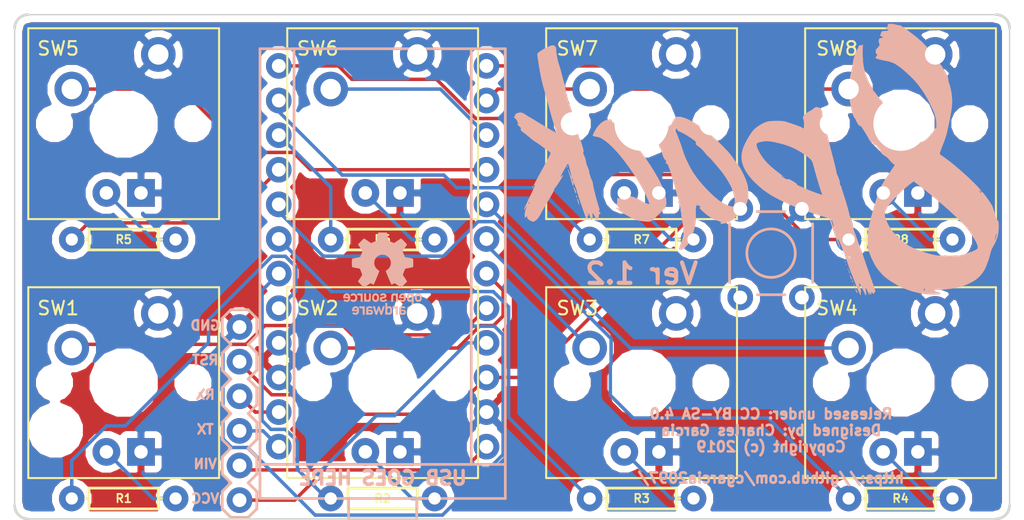
<source format=kicad_pcb>
(kicad_pcb (version 20171130) (host pcbnew 5.0.2-bee76a0~70~ubuntu18.04.1)
  (layers (0 F.Cu signal) (31 B.Cu signal) (34 B.Paste user) (35 F.Paste user) (36 B.SilkS user) (37 F.SilkS user) (38 B.Mask user) (39 F.Mask user) (44 Edge.Cuts user))
  (net 0 "")
  (net 1 TX)
  (net 2 RX)
  (net 3 GND)
  (net 4 LED1)
  (net 5 LED2)
  (net 6 LED3)
  (net 7 LED4)
  (net 8 LED5)
  (net 9 LED6)
  (net 10 LED7)
  (net 11 LED8)
  (net 12 KEY8)
  (net 13 KEY7)
  (net 14 KEY6)
  (net 15 KEY5)
  (net 16 KEY4)
  (net 17 KEY3)
  (net 18 KEY2)
  (net 19 KEY1)
  (net 20 VCC)
  (net 21 RESET)
  (net 22 VIN)
  (net 23 "Net-(R1-PadP$2)")
  (net 24 "Net-(R2-PadP$2)")
  (net 25 "Net-(R3-PadP$2)")
  (net 26 "Net-(R4-PadP$2)")
  (net 27 "Net-(R5-PadP$2)")
  (net 28 "Net-(R6-PadP$2)")
  (net 29 "Net-(R7-PadP$2)")
  (net 30 "Net-(R8-PadP$2)")
  (module Boards:SPARKFUN_PRO_MICRO (layer B.Cu) (at 147 87)
    (fp_text reference B1 hide)
    (fp_text value >VALUE hide)
    (pad 24 thru_hole circle (at 7.62 12.7) (size 1.8796 1.8796) (drill 1.016) (layers *.Cu *.Mask) (net 22 VIN))
    (pad 23 thru_hole circle (at 7.62 10.16) (size 1.8796 1.8796) (drill 1.016) (layers *.Cu *.Mask) (net 3 GND))
    (pad 22 thru_hole circle (at 7.62 7.62) (size 1.8796 1.8796) (drill 1.016) (layers *.Cu *.Mask) (net 21 RESET))
    (pad 21 thru_hole circle (at 7.62 5.08) (size 1.8796 1.8796) (drill 1.016) (layers *.Cu *.Mask) (net 20 VCC))
    (pad 20 thru_hole circle (at 7.62 2.54) (size 1.8796 1.8796) (drill 1.016) (layers *.Cu *.Mask) (net 19 KEY1))
    (pad 19 thru_hole circle (at 7.62 0) (size 1.8796 1.8796) (drill 1.016) (layers *.Cu *.Mask) (net 18 KEY2))
    (pad 18 thru_hole circle (at 7.62 -2.54) (size 1.8796 1.8796) (drill 1.016) (layers *.Cu *.Mask) (net 17 KEY3))
    (pad 17 thru_hole circle (at 7.62 -5.08) (size 1.8796 1.8796) (drill 1.016) (layers *.Cu *.Mask) (net 16 KEY4))
    (pad 16 thru_hole circle (at 7.62 -7.62) (size 1.8796 1.8796) (drill 1.016) (layers *.Cu *.Mask) (net 15 KEY5))
    (pad 15 thru_hole circle (at 7.62 -10.16) (size 1.8796 1.8796) (drill 1.016) (layers *.Cu *.Mask) (net 14 KEY6))
    (pad 14 thru_hole circle (at 7.62 -12.7) (size 1.8796 1.8796) (drill 1.016) (layers *.Cu *.Mask) (net 13 KEY7))
    (pad 13 thru_hole circle (at 7.62 -15.24) (size 1.8796 1.8796) (drill 1.016) (layers *.Cu *.Mask) (net 12 KEY8))
    (pad 12 thru_hole circle (at -7.62 -15.24) (size 1.8796 1.8796) (drill 1.016) (layers *.Cu *.Mask) (net 11 LED8))
    (pad 11 thru_hole circle (at -7.62 -12.7) (size 1.8796 1.8796) (drill 1.016) (layers *.Cu *.Mask) (net 10 LED7))
    (pad 10 thru_hole circle (at -7.62 -10.16) (size 1.8796 1.8796) (drill 1.016) (layers *.Cu *.Mask) (net 9 LED6))
    (pad 9 thru_hole circle (at -7.62 -7.62) (size 1.8796 1.8796) (drill 1.016) (layers *.Cu *.Mask) (net 8 LED5))
    (pad 8 thru_hole circle (at -7.62 -5.08) (size 1.8796 1.8796) (drill 1.016) (layers *.Cu *.Mask) (net 7 LED4))
    (pad 7 thru_hole circle (at -7.62 -2.54) (size 1.8796 1.8796) (drill 1.016) (layers *.Cu *.Mask) (net 6 LED3))
    (pad 6 thru_hole circle (at -7.62 0) (size 1.8796 1.8796) (drill 1.016) (layers *.Cu *.Mask) (net 5 LED2))
    (pad 5 thru_hole circle (at -7.62 2.54) (size 1.8796 1.8796) (drill 1.016) (layers *.Cu *.Mask) (net 4 LED1))
    (pad 4 thru_hole circle (at -7.62 5.08) (size 1.8796 1.8796) (drill 1.016) (layers *.Cu *.Mask) (net 3 GND))
    (pad 3 thru_hole circle (at -7.62 7.62) (size 1.8796 1.8796) (drill 1.016) (layers *.Cu *.Mask) (net 3 GND))
    (pad 2 thru_hole circle (at -7.62 10.16) (size 1.8796 1.8796) (drill 1.016) (layers *.Cu *.Mask) (net 2 RX))
    (pad 1 thru_hole circle (at -7.62 12.7) (size 1.8796 1.8796) (drill 1.016) (layers *.Cu *.Mask) (net 1 TX))
  )
  (module Connectors:1X06 (layer B.Cu) (at 136.5 103.62 90)
    (fp_text reference J1 hide)
    (fp_text value CONN_06NO_SILK_FEMALE_PTH hide)
    (pad 6 thru_hole circle (at 12.7 0 90) (size 1.8796 1.8796) (drill 1.016) (layers *.Cu *.Mask) (net 3 GND))
    (pad 5 thru_hole circle (at 10.16 0 90) (size 1.8796 1.8796) (drill 1.016) (layers *.Cu *.Mask) (net 21 RESET))
    (pad 4 thru_hole circle (at 7.62 0 90) (size 1.8796 1.8796) (drill 1.016) (layers *.Cu *.Mask) (net 2 RX))
    (pad 3 thru_hole circle (at 5.08 0 90) (size 1.8796 1.8796) (drill 1.016) (layers *.Cu *.Mask) (net 1 TX))
    (pad 2 thru_hole circle (at 2.54 0 90) (size 1.8796 1.8796) (drill 1.016) (layers *.Cu *.Mask) (net 22 VIN))
    (pad 1 thru_hole circle (at 0 0 90) (size 1.8796 1.8796) (drill 1.016) (layers *.Cu *.Mask) (net 20 VCC))
  )
  (module Resistors:AXIAL-0.3 (layer F.Cu) (at 128 103.5)
    (fp_text reference R1 (at 0 0) (layer F.SilkS) (effects (font (size 0.6096 0.6096) (thickness 0.127))))
    (fp_text value RESISTORAXIAL-0.3 hide)
    (pad P$2 thru_hole circle (at 3.81 0) (size 1.8796 1.8796) (drill 0.89916) (layers *.Cu *.Mask) (net 23 "Net-(R1-PadP$2)"))
    (pad P$1 thru_hole circle (at -3.81 0) (size 1.8796 1.8796) (drill 0.89916) (layers *.Cu *.Mask) (net 4 LED1))
  )
  (module Resistors:AXIAL-0.3 (layer F.Cu) (at 147 103.5)
    (fp_text reference R2 (at 0 0) (layer F.SilkS) (effects (font (size 0.6096 0.6096) (thickness 0.127))))
    (fp_text value RESISTORAXIAL-0.3 hide)
    (pad P$2 thru_hole circle (at 3.81 0) (size 1.8796 1.8796) (drill 0.89916) (layers *.Cu *.Mask) (net 24 "Net-(R2-PadP$2)"))
    (pad P$1 thru_hole circle (at -3.81 0) (size 1.8796 1.8796) (drill 0.89916) (layers *.Cu *.Mask) (net 5 LED2))
  )
  (module Resistors:AXIAL-0.3 (layer F.Cu) (at 166 103.5)
    (fp_text reference R3 (at 0 0) (layer F.SilkS) (effects (font (size 0.6096 0.6096) (thickness 0.127))))
    (fp_text value RESISTORAXIAL-0.3 hide)
    (pad P$2 thru_hole circle (at 3.81 0) (size 1.8796 1.8796) (drill 0.89916) (layers *.Cu *.Mask) (net 25 "Net-(R3-PadP$2)"))
    (pad P$1 thru_hole circle (at -3.81 0) (size 1.8796 1.8796) (drill 0.89916) (layers *.Cu *.Mask) (net 6 LED3))
  )
  (module Resistors:AXIAL-0.3 (layer F.Cu) (at 185 103.5)
    (fp_text reference R4 (at 0 0) (layer F.SilkS) (effects (font (size 0.6096 0.6096) (thickness 0.127))))
    (fp_text value RESISTORAXIAL-0.3 hide)
    (pad P$2 thru_hole circle (at 3.81 0) (size 1.8796 1.8796) (drill 0.89916) (layers *.Cu *.Mask) (net 26 "Net-(R4-PadP$2)"))
    (pad P$1 thru_hole circle (at -3.81 0) (size 1.8796 1.8796) (drill 0.89916) (layers *.Cu *.Mask) (net 7 LED4))
  )
  (module Resistors:AXIAL-0.3 (layer F.Cu) (at 128 84.5)
    (fp_text reference R5 (at 0 0) (layer F.SilkS) (effects (font (size 0.6096 0.6096) (thickness 0.127))))
    (fp_text value RESISTORAXIAL-0.3 hide)
    (pad P$2 thru_hole circle (at 3.81 0) (size 1.8796 1.8796) (drill 0.89916) (layers *.Cu *.Mask) (net 27 "Net-(R5-PadP$2)"))
    (pad P$1 thru_hole circle (at -3.81 0) (size 1.8796 1.8796) (drill 0.89916) (layers *.Cu *.Mask) (net 8 LED5))
  )
  (module Resistors:AXIAL-0.3 (layer F.Cu) (at 147 84.5)
    (fp_text reference R6 (at 0 0) (layer F.SilkS) (effects (font (size 0.6096 0.6096) (thickness 0.127))))
    (fp_text value RESISTORAXIAL-0.3 hide)
    (pad P$2 thru_hole circle (at 3.81 0) (size 1.8796 1.8796) (drill 0.89916) (layers *.Cu *.Mask) (net 28 "Net-(R6-PadP$2)"))
    (pad P$1 thru_hole circle (at -3.81 0) (size 1.8796 1.8796) (drill 0.89916) (layers *.Cu *.Mask) (net 9 LED6))
  )
  (module Resistors:AXIAL-0.3 (layer F.Cu) (at 166 84.5)
    (fp_text reference R7 (at 0 0) (layer F.SilkS) (effects (font (size 0.6096 0.6096) (thickness 0.127))))
    (fp_text value RESISTORAXIAL-0.3 hide)
    (pad P$2 thru_hole circle (at 3.81 0) (size 1.8796 1.8796) (drill 0.89916) (layers *.Cu *.Mask) (net 29 "Net-(R7-PadP$2)"))
    (pad P$1 thru_hole circle (at -3.81 0) (size 1.8796 1.8796) (drill 0.89916) (layers *.Cu *.Mask) (net 10 LED7))
  )
  (module Resistors:AXIAL-0.3 (layer F.Cu) (at 185 84.5)
    (fp_text reference R8 (at 0 0) (layer F.SilkS) (effects (font (size 0.6096 0.6096) (thickness 0.127))))
    (fp_text value RESISTORAXIAL-0.3 hide)
    (pad P$2 thru_hole circle (at 3.81 0) (size 1.8796 1.8796) (drill 0.89916) (layers *.Cu *.Mask) (net 30 "Net-(R8-PadP$2)"))
    (pad P$1 thru_hole circle (at -3.81 0) (size 1.8796 1.8796) (drill 0.89916) (layers *.Cu *.Mask) (net 11 LED8))
  )
  (module Switches:TACTILE_SWITCH_PTH_6.0MM (layer B.Cu) (at 175.5 85.5 270)
    (fp_text reference S1 hide)
    (fp_text value MOMENTARY-SWITCH-SPST-PTH-6.0MM hide)
    (pad 4 thru_hole circle (at 3.2512 -2.2606 270) (size 1.8796 1.8796) (drill 1.016) (layers *.Cu *.Mask))
    (pad 3 thru_hole circle (at -3.2512 -2.2606 270) (size 1.8796 1.8796) (drill 1.016) (layers *.Cu *.Mask) (net 3 GND))
    (pad 2 thru_hole circle (at 3.2512 2.2606 270) (size 1.8796 1.8796) (drill 1.016) (layers *.Cu *.Mask))
    (pad 1 thru_hole circle (at -3.2512 2.2606 270) (size 1.8796 1.8796) (drill 1.016) (layers *.Cu *.Mask) (net 21 RESET))
  )
  (module libkeyswitch-1_0_0:MX_LED (layer F.Cu) (at 128 95)
    (fp_text reference SW1 (at -4.81 -5.465) (layer F.SilkS))
    (fp_text value MOMENTARY-SWITCH-SPST-LED-PTH-CHERRY)
    (pad A thru_hole circle (at -1.27 5.08) (size 2.032 2.032) (drill 0.9906) (layers *.Cu *.Mask) (net 23 "Net-(R1-PadP$2)"))
    (pad K thru_hole rect (at 1.27 5.08) (size 2.032 2.032) (drill 0.9906) (layers *.Cu *.Mask) (net 3 GND))
    (pad S2 thru_hole circle (at 2.54 -5.08) (size 2.54 2.54) (drill 1.4986) (layers *.Cu *.Mask) (net 3 GND))
    (pad S1 thru_hole circle (at -3.81 -2.54) (size 2.54 2.54) (drill 1.4986) (layers *.Cu *.Mask) (net 19 KEY1))
    (pad "" np_thru_hole circle (at 0 0) (size 3.9878 3.9878) (drill 3.9878) (layers *.Cu *.Mask))
    (pad "" np_thru_hole circle (at -5.08 0) (size 1.7018 1.7018) (drill 1.7018) (layers *.Cu *.Mask))
    (pad "" np_thru_hole circle (at 5.08 0) (size 1.7018 1.7018) (drill 1.7018) (layers *.Cu *.Mask))
  )
  (module libkeyswitch-1_0_0:MX_LED (layer F.Cu) (at 147 95)
    (fp_text reference SW2 (at -4.76 -5.465) (layer F.SilkS))
    (fp_text value MOMENTARY-SWITCH-SPST-LED-PTH-CHERRY)
    (pad A thru_hole circle (at -1.27 5.08) (size 2.032 2.032) (drill 0.9906) (layers *.Cu *.Mask) (net 24 "Net-(R2-PadP$2)"))
    (pad K thru_hole rect (at 1.27 5.08) (size 2.032 2.032) (drill 0.9906) (layers *.Cu *.Mask) (net 3 GND))
    (pad S2 thru_hole circle (at 2.54 -5.08) (size 2.54 2.54) (drill 1.4986) (layers *.Cu *.Mask) (net 3 GND))
    (pad S1 thru_hole circle (at -3.81 -2.54) (size 2.54 2.54) (drill 1.4986) (layers *.Cu *.Mask) (net 18 KEY2))
    (pad "" np_thru_hole circle (at 0 0) (size 3.9878 3.9878) (drill 3.9878) (layers *.Cu *.Mask))
    (pad "" np_thru_hole circle (at -5.08 0) (size 1.7018 1.7018) (drill 1.7018) (layers *.Cu *.Mask))
    (pad "" np_thru_hole circle (at 5.08 0) (size 1.7018 1.7018) (drill 1.7018) (layers *.Cu *.Mask))
  )
  (module libkeyswitch-1_0_0:MX_LED (layer F.Cu) (at 166 95)
    (fp_text reference SW3 (at -4.71 -5.465) (layer F.SilkS))
    (fp_text value MOMENTARY-SWITCH-SPST-LED-PTH-CHERRY)
    (pad A thru_hole circle (at -1.27 5.08) (size 2.032 2.032) (drill 0.9906) (layers *.Cu *.Mask) (net 25 "Net-(R3-PadP$2)"))
    (pad K thru_hole rect (at 1.27 5.08) (size 2.032 2.032) (drill 0.9906) (layers *.Cu *.Mask) (net 3 GND))
    (pad S2 thru_hole circle (at 2.54 -5.08) (size 2.54 2.54) (drill 1.4986) (layers *.Cu *.Mask) (net 3 GND))
    (pad S1 thru_hole circle (at -3.81 -2.54) (size 2.54 2.54) (drill 1.4986) (layers *.Cu *.Mask) (net 17 KEY3))
    (pad "" np_thru_hole circle (at 0 0) (size 3.9878 3.9878) (drill 3.9878) (layers *.Cu *.Mask))
    (pad "" np_thru_hole circle (at -5.08 0) (size 1.7018 1.7018) (drill 1.7018) (layers *.Cu *.Mask))
    (pad "" np_thru_hole circle (at 5.08 0) (size 1.7018 1.7018) (drill 1.7018) (layers *.Cu *.Mask))
  )
  (module libkeyswitch-1_0_0:MX_LED (layer F.Cu) (at 185 95)
    (fp_text reference SW4 (at -4.66 -5.465) (layer F.SilkS))
    (fp_text value MOMENTARY-SWITCH-SPST-LED-PTH-CHERRY)
    (pad A thru_hole circle (at -1.27 5.08) (size 2.032 2.032) (drill 0.9906) (layers *.Cu *.Mask) (net 26 "Net-(R4-PadP$2)"))
    (pad K thru_hole rect (at 1.27 5.08) (size 2.032 2.032) (drill 0.9906) (layers *.Cu *.Mask) (net 3 GND))
    (pad S2 thru_hole circle (at 2.54 -5.08) (size 2.54 2.54) (drill 1.4986) (layers *.Cu *.Mask) (net 3 GND))
    (pad S1 thru_hole circle (at -3.81 -2.54) (size 2.54 2.54) (drill 1.4986) (layers *.Cu *.Mask) (net 16 KEY4))
    (pad "" np_thru_hole circle (at 0 0) (size 3.9878 3.9878) (drill 3.9878) (layers *.Cu *.Mask))
    (pad "" np_thru_hole circle (at -5.08 0) (size 1.7018 1.7018) (drill 1.7018) (layers *.Cu *.Mask))
    (pad "" np_thru_hole circle (at 5.08 0) (size 1.7018 1.7018) (drill 1.7018) (layers *.Cu *.Mask))
  )
  (module libkeyswitch-1_0_0:MX_LED (layer F.Cu) (at 128 76)
    (fp_text reference SW5 (at -4.81 -5.515) (layer F.SilkS))
    (fp_text value MOMENTARY-SWITCH-SPST-LED-PTH-CHERRY)
    (pad A thru_hole circle (at -1.27 5.08) (size 2.032 2.032) (drill 0.9906) (layers *.Cu *.Mask) (net 27 "Net-(R5-PadP$2)"))
    (pad K thru_hole rect (at 1.27 5.08) (size 2.032 2.032) (drill 0.9906) (layers *.Cu *.Mask) (net 3 GND))
    (pad S2 thru_hole circle (at 2.54 -5.08) (size 2.54 2.54) (drill 1.4986) (layers *.Cu *.Mask) (net 3 GND))
    (pad S1 thru_hole circle (at -3.81 -2.54) (size 2.54 2.54) (drill 1.4986) (layers *.Cu *.Mask) (net 15 KEY5))
    (pad "" np_thru_hole circle (at 0 0) (size 3.9878 3.9878) (drill 3.9878) (layers *.Cu *.Mask))
    (pad "" np_thru_hole circle (at -5.08 0) (size 1.7018 1.7018) (drill 1.7018) (layers *.Cu *.Mask))
    (pad "" np_thru_hole circle (at 5.08 0) (size 1.7018 1.7018) (drill 1.7018) (layers *.Cu *.Mask))
  )
  (module libkeyswitch-1_0_0:MX_LED (layer F.Cu) (at 147 76)
    (fp_text reference SW6 (at -4.76 -5.515) (layer F.SilkS))
    (fp_text value MOMENTARY-SWITCH-SPST-LED-PTH-CHERRY)
    (pad A thru_hole circle (at -1.27 5.08) (size 2.032 2.032) (drill 0.9906) (layers *.Cu *.Mask) (net 28 "Net-(R6-PadP$2)"))
    (pad K thru_hole rect (at 1.27 5.08) (size 2.032 2.032) (drill 0.9906) (layers *.Cu *.Mask) (net 3 GND))
    (pad S2 thru_hole circle (at 2.54 -5.08) (size 2.54 2.54) (drill 1.4986) (layers *.Cu *.Mask) (net 3 GND))
    (pad S1 thru_hole circle (at -3.81 -2.54) (size 2.54 2.54) (drill 1.4986) (layers *.Cu *.Mask) (net 14 KEY6))
    (pad "" np_thru_hole circle (at 0 0) (size 3.9878 3.9878) (drill 3.9878) (layers *.Cu *.Mask))
    (pad "" np_thru_hole circle (at -5.08 0) (size 1.7018 1.7018) (drill 1.7018) (layers *.Cu *.Mask))
    (pad "" np_thru_hole circle (at 5.08 0) (size 1.7018 1.7018) (drill 1.7018) (layers *.Cu *.Mask))
  )
  (module libkeyswitch-1_0_0:MX_LED (layer F.Cu) (at 166 76)
    (fp_text reference SW7 (at -4.71 -5.515) (layer F.SilkS))
    (fp_text value MOMENTARY-SWITCH-SPST-LED-PTH-CHERRY)
    (pad A thru_hole circle (at -1.27 5.08) (size 2.032 2.032) (drill 0.9906) (layers *.Cu *.Mask) (net 29 "Net-(R7-PadP$2)"))
    (pad K thru_hole rect (at 1.27 5.08) (size 2.032 2.032) (drill 0.9906) (layers *.Cu *.Mask) (net 3 GND))
    (pad S2 thru_hole circle (at 2.54 -5.08) (size 2.54 2.54) (drill 1.4986) (layers *.Cu *.Mask) (net 3 GND))
    (pad S1 thru_hole circle (at -3.81 -2.54) (size 2.54 2.54) (drill 1.4986) (layers *.Cu *.Mask) (net 13 KEY7))
    (pad "" np_thru_hole circle (at 0 0) (size 3.9878 3.9878) (drill 3.9878) (layers *.Cu *.Mask))
    (pad "" np_thru_hole circle (at -5.08 0) (size 1.7018 1.7018) (drill 1.7018) (layers *.Cu *.Mask))
    (pad "" np_thru_hole circle (at 5.08 0) (size 1.7018 1.7018) (drill 1.7018) (layers *.Cu *.Mask))
  )
  (module libkeyswitch-1_0_0:MX_LED (layer F.Cu) (at 185 76)
    (fp_text reference SW8 (at -4.66 -5.515) (layer F.SilkS))
    (fp_text value MOMENTARY-SWITCH-SPST-LED-PTH-CHERRY)
    (pad A thru_hole circle (at -1.27 5.08) (size 2.032 2.032) (drill 0.9906) (layers *.Cu *.Mask) (net 30 "Net-(R8-PadP$2)"))
    (pad K thru_hole rect (at 1.27 5.08) (size 2.032 2.032) (drill 0.9906) (layers *.Cu *.Mask) (net 3 GND))
    (pad S2 thru_hole circle (at 2.54 -5.08) (size 2.54 2.54) (drill 1.4986) (layers *.Cu *.Mask) (net 3 GND))
    (pad S1 thru_hole circle (at -3.81 -2.54) (size 2.54 2.54) (drill 1.4986) (layers *.Cu *.Mask) (net 12 KEY8))
    (pad "" np_thru_hole circle (at 0 0) (size 3.9878 3.9878) (drill 3.9878) (layers *.Cu *.Mask))
    (pad "" np_thru_hole circle (at -5.08 0) (size 1.7018 1.7018) (drill 1.7018) (layers *.Cu *.Mask))
    (pad "" np_thru_hole circle (at 5.08 0) (size 1.7018 1.7018) (drill 1.7018) (layers *.Cu *.Mask))
  )
  (module logos:logo_name (layer B.Cu) (at 173.5 78.5 180)
    (fp_text reference G*** hide)
    (fp_text value LOGO hide)
  )
  (module Symbol:OSHW-Logo_5.7x6mm_SilkScreen (layer B.Cu) (at 147 87 180)
    (fp_text reference REF** hide)
    (fp_text value OSHW-Logo_5.7x6mm_SilkScreen hide)
  )
  (module Connectors:1X01_NO_SILK (layer F.Cu) (at 123 98.5)
    (fp_text reference >NAME hide)
    (fp_text value >VALUE hide)
    (pad "" np_thru_hole circle (at 0 0) (size 2.9972 2.9972) (drill 2.9972) (layers *.Cu *.Mask))
  )
  (gr_text https://github.com/cgarcia2097/ (at 175.5 102) (layer B.SilkS) (effects (font (size 0.75 0.75) (thickness 0.1875)) (justify mirror)))
  (gr_line (start 121 105) (end 192 105) (layer Edge.Cuts) (width 0.1))
  (gr_line (start 120 69) (end 120 104) (layer Edge.Cuts) (width 0.1))
  (gr_arc (start 121 104) (end 120 104) (angle -90) (layer Edge.Cuts) (width 0.2))
  (gr_text "Ver 1.2" (at 166 87) (layer B.SilkS) (effects (font (size 1.5 1.5) (thickness 0.3)) (justify mirror)))
  (gr_text "Released under: CC BY-SA 4.0\nDesigned by: Charles Garcia\nCopyright (c) 2019\n" (at 175.5 98.5) (layer B.SilkS) (effects (font (size 0.75 0.75) (thickness 0.1875)) (justify mirror)))
  (gr_line (start 153.5 101) (end 153.5 70.5) (layer B.SilkS) (width 0.2))
  (gr_line (start 140.5 70.5) (end 140.5 101) (layer B.SilkS) (width 0.2))
  (gr_text "USB GOES HERE" (at 147 102) (layer B.SilkS) (effects (font (size 1 1) (thickness 0.25)) (justify mirror)))
  (gr_line (start 138 101) (end 156 101) (layer B.SilkS) (width 0.2))
  (gr_line (start 149.5 105) (end 149.5 103.5) (layer B.SilkS) (width 0.2))
  (gr_line (start 144.5 105) (end 149.5 105) (layer B.SilkS) (width 0.2))
  (gr_line (start 144.5 103.5) (end 144.5 105) (layer B.SilkS) (width 0.2))
  (gr_line (start 156 70.5) (end 138 70.5) (layer B.SilkS) (width 0.2))
  (gr_line (start 156 103.5) (end 156 70.5) (layer B.SilkS) (width 0.2))
  (gr_line (start 138 103.5) (end 156 103.5) (layer B.SilkS) (width 0.2))
  (gr_line (start 138 70.5) (end 138 103.5) (layer B.SilkS) (width 0.2))
  (gr_text GND (at 133.985 90.805) (layer B.SilkS) (effects (font (size 0.7 0.7) (thickness 0.175)) (justify mirror)))
  (gr_text "RST\n" (at 133.985 93.345) (layer B.SilkS) (effects (font (size 0.7 0.7) (thickness 0.175)) (justify mirror)))
  (gr_text "RX\n" (at 133.985 95.885) (layer B.SilkS) (effects (font (size 0.7 0.7) (thickness 0.175)) (justify mirror)))
  (gr_text "TX\n" (at 133.985 98.425) (layer B.SilkS) (effects (font (size 0.7 0.7) (thickness 0.175)) (justify mirror)))
  (gr_text "VCC\n" (at 133.985 103.505) (layer B.SilkS) (effects (font (size 0.7 0.7) (thickness 0.175)) (justify mirror)))
  (gr_text "VIN\n" (at 133.985 100.965) (layer B.SilkS) (effects (font (size 0.7 0.7) (thickness 0.175)) (justify mirror)))
  (gr_line (start 192 68) (end 121 68) (layer Edge.Cuts) (width 0.1))
  (gr_line (start 193 104) (end 193 69) (layer Edge.Cuts) (width 0.1))
  (gr_arc (start 192 69) (end 193 69) (angle -90) (layer Edge.Cuts) (width 0.2))
  (gr_arc (start 192 104) (end 192 105) (angle -90) (layer Edge.Cuts) (width 0.2))
  (gr_arc (start 121 69) (end 121 68) (angle -90) (layer Edge.Cuts) (width 0.2))
  (segment (start 138.22 98.54) (end 139.38 99.7) (width 0.254) (layer B.Cu) (net 1))
  (segment (start 136.5 98.54) (end 138.22 98.54) (width 0.254) (layer B.Cu) (net 1))
  (segment (start 137.66 97.16) (end 139.38 97.16) (width 0.254) (layer F.Cu) (net 2))
  (segment (start 136.5 96) (end 137.66 97.16) (width 0.254) (layer F.Cu) (net 2))
  (segment (start 136.5 90.92) (end 135.280799 92.139201) (width 0.254) (layer B.Cu) (net 3))
  (segment (start 135.914783 99.759201) (end 137.085217 99.759201) (width 0.254) (layer B.Cu) (net 3))
  (segment (start 137.085217 99.759201) (end 142.045217 104.719201) (width 0.254) (layer B.Cu) (net 3))
  (segment (start 135.280799 92.139201) (end 135.280799 99.125217) (width 0.254) (layer B.Cu) (net 3))
  (segment (start 135.280799 99.125217) (end 135.914783 99.759201) (width 0.254) (layer B.Cu) (net 3))
  (segment (start 142.045217 104.719201) (end 151.395217 104.719201) (width 0.254) (layer B.Cu) (net 3))
  (segment (start 151.395217 104.719201) (end 155.839201 100.275217) (width 0.254) (layer B.Cu) (net 3))
  (segment (start 140.319799 91.140201) (end 139.38 92.08) (width 0.254) (layer B.Cu) (net 3))
  (segment (start 155.839201 100.275217) (end 155.839201 91.494783) (width 0.254) (layer B.Cu) (net 3))
  (segment (start 155.839201 91.494783) (end 155.205217 90.860799) (width 0.254) (layer B.Cu) (net 3))
  (segment (start 155.205217 90.860799) (end 140.599201 90.860799) (width 0.254) (layer B.Cu) (net 3))
  (segment (start 140.599201 90.860799) (end 140.319799 91.140201) (width 0.254) (layer B.Cu) (net 3))
  (segment (start 140.648 88.272) (end 139.38 89.54) (width 0.254) (layer B.Cu) (net 4))
  (segment (start 140.648 86.5163) (end 140.648 88.272) (width 0.254) (layer B.Cu) (net 4))
  (segment (start 139.8617 85.73) (end 140.648 86.5163) (width 0.254) (layer B.Cu) (net 4))
  (segment (start 138.8864 85.73) (end 139.8617 85.73) (width 0.254) (layer B.Cu) (net 4))
  (segment (start 134.2266 90.3898) (end 138.8864 85.73) (width 0.254) (layer B.Cu) (net 4))
  (segment (start 134.2266 92.058) (end 134.2266 90.3898) (width 0.254) (layer B.Cu) (net 4))
  (segment (start 128.1118 98.1728) (end 134.2266 92.058) (width 0.254) (layer B.Cu) (net 4))
  (segment (start 126.733 98.1728) (end 128.1118 98.1728) (width 0.254) (layer B.Cu) (net 4))
  (segment (start 124.19 100.7158) (end 126.733 98.1728) (width 0.254) (layer B.Cu) (net 4))
  (segment (start 124.19 103.5) (end 124.19 100.7158) (width 0.254) (layer B.Cu) (net 4))
  (segment (start 138.1528 88.2272) (end 139.38 87) (width 0.254) (layer B.Cu) (net 5))
  (segment (start 138.1528 97.7775) (end 138.1528 88.2272) (width 0.254) (layer B.Cu) (net 5))
  (segment (start 138.8053 98.43) (end 138.1528 97.7775) (width 0.254) (layer B.Cu) (net 5))
  (segment (start 139.8623 98.43) (end 138.8053 98.43) (width 0.254) (layer B.Cu) (net 5))
  (segment (start 140.7461 99.3138) (end 139.8623 98.43) (width 0.254) (layer B.Cu) (net 5))
  (segment (start 140.7461 101.3523) (end 140.7461 99.3138) (width 0.254) (layer B.Cu) (net 5))
  (segment (start 142.8938 103.5) (end 140.7461 101.3523) (width 0.254) (layer B.Cu) (net 5))
  (segment (start 143.19 103.5) (end 142.8938 103.5) (width 0.254) (layer B.Cu) (net 5))
  (segment (start 143.2405 88.3205) (end 139.38 84.46) (width 0.254) (layer B.Cu) (net 6))
  (segment (start 155.1252 88.3205) (end 143.2405 88.3205) (width 0.254) (layer B.Cu) (net 6))
  (segment (start 156.2462 89.4415) (end 155.1252 88.3205) (width 0.254) (layer B.Cu) (net 6))
  (segment (start 156.2462 97.5562) (end 156.2462 89.4415) (width 0.254) (layer B.Cu) (net 6))
  (segment (start 162.19 103.5) (end 156.2462 97.5562) (width 0.254) (layer B.Cu) (net 6))
  (segment (start 139.38 82.4622) (end 139.38 81.92) (width 0.254) (layer B.Cu) (net 7))
  (segment (start 142.6374 85.7196) (end 139.38 82.4622) (width 0.254) (layer B.Cu) (net 7))
  (segment (start 151.4663 85.7196) (end 142.6374 85.7196) (width 0.254) (layer B.Cu) (net 7))
  (segment (start 153.9959 83.19) (end 151.4663 85.7196) (width 0.254) (layer B.Cu) (net 7))
  (segment (start 155.1832 83.19) (end 153.9959 83.19) (width 0.254) (layer B.Cu) (net 7))
  (segment (start 163.7639 91.7707) (end 155.1832 83.19) (width 0.254) (layer B.Cu) (net 7))
  (segment (start 163.7639 93.6105) (end 163.7639 91.7707) (width 0.254) (layer B.Cu) (net 7))
  (segment (start 163.7049 93.6695) (end 163.7639 93.6105) (width 0.254) (layer B.Cu) (net 7))
  (segment (start 163.7049 95.9262) (end 163.7049 93.6695) (width 0.254) (layer B.Cu) (net 7))
  (segment (start 165.3752 97.5965) (end 163.7049 95.9262) (width 0.254) (layer B.Cu) (net 7))
  (segment (start 175.2865 97.5965) (end 165.3752 97.5965) (width 0.254) (layer B.Cu) (net 7))
  (segment (start 181.19 103.5) (end 175.2865 97.5965) (width 0.254) (layer B.Cu) (net 7))
  (segment (start 135.4796 83.2804) (end 139.38 79.38) (width 0.254) (layer F.Cu) (net 8))
  (segment (start 125.4096 83.2804) (end 135.4796 83.2804) (width 0.254) (layer F.Cu) (net 8))
  (segment (start 124.19 84.5) (end 125.4096 83.2804) (width 0.254) (layer F.Cu) (net 8))
  (segment (start 143.19 80.65) (end 139.38 76.84) (width 0.254) (layer B.Cu) (net 9))
  (segment (start 143.19 84.5) (end 143.19 80.65) (width 0.254) (layer B.Cu) (net 9))
  (segment (start 139.38 75.1152) (end 139.38 74.3) (width 0.254) (layer B.Cu) (net 10))
  (segment (start 144.0355 79.7707) (end 139.38 75.1152) (width 0.254) (layer B.Cu) (net 10))
  (segment (start 151.493 79.7707) (end 144.0355 79.7707) (width 0.254) (layer B.Cu) (net 10))
  (segment (start 152.4227 80.7004) (end 151.493 79.7707) (width 0.254) (layer B.Cu) (net 10))
  (segment (start 158.3904 80.7004) (end 152.4227 80.7004) (width 0.254) (layer B.Cu) (net 10))
  (segment (start 162.19 84.5) (end 158.3904 80.7004) (width 0.254) (layer B.Cu) (net 10))
  (segment (start 143.7599 71.76) (end 139.38 71.76) (width 0.254) (layer F.Cu) (net 11))
  (segment (start 144.7457 72.7458) (end 143.7599 71.76) (width 0.254) (layer F.Cu) (net 11))
  (segment (start 150.9546 72.7458) (end 144.7457 72.7458) (width 0.254) (layer F.Cu) (net 11))
  (segment (start 153.8292 75.6204) (end 150.9546 72.7458) (width 0.254) (layer F.Cu) (net 11))
  (segment (start 156.7594 75.6204) (end 153.8292 75.6204) (width 0.254) (layer F.Cu) (net 11))
  (segment (start 160.8731 79.7341) (end 156.7594 75.6204) (width 0.254) (layer F.Cu) (net 11))
  (segment (start 173.5166 79.7341) (end 160.8731 79.7341) (width 0.254) (layer F.Cu) (net 11))
  (segment (start 178.2825 84.5) (end 173.5166 79.7341) (width 0.254) (layer F.Cu) (net 11))
  (segment (start 181.19 84.5) (end 178.2825 84.5) (width 0.254) (layer F.Cu) (net 11))
  (segment (start 163.3787 71.76) (end 154.62 71.76) (width 0.254) (layer F.Cu) (net 12))
  (segment (start 165.0787 73.46) (end 163.3787 71.76) (width 0.254) (layer F.Cu) (net 12))
  (segment (start 181.19 73.46) (end 165.0787 73.46) (width 0.254) (layer F.Cu) (net 12))
  (segment (start 155.46 73.46) (end 154.62 74.3) (width 0.254) (layer F.Cu) (net 13))
  (segment (start 162.19 73.46) (end 155.46 73.46) (width 0.254) (layer F.Cu) (net 13))
  (segment (start 151.24 73.46) (end 154.62 76.84) (width 0.254) (layer B.Cu) (net 14))
  (segment (start 143.19 73.46) (end 151.24 73.46) (width 0.254) (layer B.Cu) (net 14))
  (segment (start 141.7059 79.38) (end 154.62 79.38) (width 0.254) (layer F.Cu) (net 15))
  (segment (start 140.4359 78.11) (end 141.7059 79.38) (width 0.254) (layer F.Cu) (net 15))
  (segment (start 136.91 78.11) (end 140.4359 78.11) (width 0.254) (layer F.Cu) (net 15))
  (segment (start 132.26 73.46) (end 136.91 78.11) (width 0.254) (layer F.Cu) (net 15))
  (segment (start 124.19 73.46) (end 132.26 73.46) (width 0.254) (layer F.Cu) (net 15))
  (segment (start 165.16 92.46) (end 154.62 81.92) (width 0.254) (layer B.Cu) (net 16))
  (segment (start 181.19 92.46) (end 165.16 92.46) (width 0.254) (layer B.Cu) (net 16))
  (segment (start 154.62 84.89) (end 154.62 84.46) (width 0.254) (layer B.Cu) (net 17))
  (segment (start 162.19 92.46) (end 154.62 84.89) (width 0.254) (layer B.Cu) (net 17))
  (segment (start 155.8404 88.2204) (end 154.62 87) (width 0.254) (layer F.Cu) (net 18))
  (segment (start 155.8404 90.1099) (end 155.8404 88.2204) (width 0.254) (layer F.Cu) (net 18))
  (segment (start 155.1403 90.81) (end 155.8404 90.1099) (width 0.254) (layer F.Cu) (net 18))
  (segment (start 154.1653 90.81) (end 155.1403 90.81) (width 0.254) (layer F.Cu) (net 18))
  (segment (start 152.5153 92.46) (end 154.1653 90.81) (width 0.254) (layer F.Cu) (net 18))
  (segment (start 143.19 92.46) (end 152.5153 92.46) (width 0.254) (layer F.Cu) (net 18))
  (segment (start 152.6654 91.4946) (end 154.62 89.54) (width 0.254) (layer F.Cu) (net 19))
  (segment (start 144.7646 91.4946) (end 152.6654 91.4946) (width 0.254) (layer F.Cu) (net 19))
  (segment (start 144.08 90.81) (end 144.7646 91.4946) (width 0.254) (layer F.Cu) (net 19))
  (segment (start 138.3644 90.81) (end 144.08 90.81) (width 0.254) (layer F.Cu) (net 19))
  (segment (start 136.9844 92.19) (end 138.3644 90.81) (width 0.254) (layer F.Cu) (net 19))
  (segment (start 124.46 92.19) (end 136.9844 92.19) (width 0.254) (layer F.Cu) (net 19))
  (segment (start 124.19 92.46) (end 124.46 92.19) (width 0.254) (layer F.Cu) (net 19))
  (via (at 142.1678 101.9973) (size 0.508) (layers F.Cu B.Cu) (net 20))
  (segment (start 140.5451 103.62) (end 142.1678 101.9973) (width 0.254) (layer F.Cu) (net 20))
  (segment (start 136.5 103.62) (end 140.5451 103.62) (width 0.254) (layer F.Cu) (net 20))
  (segment (start 153.2122 92.08) (end 154.62 92.08) (width 0.254) (layer B.Cu) (net 20))
  (segment (start 147.8696 97.4226) (end 153.2122 92.08) (width 0.254) (layer B.Cu) (net 20))
  (segment (start 146.5347 97.4226) (end 147.8696 97.4226) (width 0.254) (layer B.Cu) (net 20))
  (segment (start 142.1678 101.7895) (end 146.5347 97.4226) (width 0.254) (layer B.Cu) (net 20))
  (segment (start 142.1678 101.9973) (end 142.1678 101.7895) (width 0.254) (layer B.Cu) (net 20))
  (segment (start 157.8096 94.62) (end 154.62 94.62) (width 0.254) (layer F.Cu) (net 21))
  (segment (start 170.1808 82.2488) (end 157.8096 94.62) (width 0.254) (layer F.Cu) (net 21))
  (segment (start 173.2394 82.2488) (end 170.1808 82.2488) (width 0.254) (layer F.Cu) (net 21))
  (segment (start 151.9224 97.3176) (end 154.62 94.62) (width 0.254) (layer F.Cu) (net 21))
  (segment (start 142.0399 97.3176) (end 151.9224 97.3176) (width 0.254) (layer F.Cu) (net 21))
  (segment (start 140.6123 95.89) (end 142.0399 97.3176) (width 0.254) (layer F.Cu) (net 21))
  (segment (start 138.8574 95.89) (end 140.6123 95.89) (width 0.254) (layer F.Cu) (net 21))
  (segment (start 136.5 93.5326) (end 138.8574 95.89) (width 0.254) (layer F.Cu) (net 21))
  (segment (start 136.5 93.46) (end 136.5 93.5326) (width 0.254) (layer F.Cu) (net 21))
  (segment (start 152.9143 101.4057) (end 154.62 99.7) (width 0.254) (layer F.Cu) (net 22))
  (segment (start 136.8257 101.4057) (end 152.9143 101.4057) (width 0.254) (layer F.Cu) (net 22))
  (segment (start 136.5 101.08) (end 136.8257 101.4057) (width 0.254) (layer F.Cu) (net 22))
  (segment (start 130.15 103.5) (end 131.81 103.5) (width 0.254) (layer B.Cu) (net 23))
  (segment (start 126.73 100.08) (end 130.15 103.5) (width 0.254) (layer B.Cu) (net 23))
  (segment (start 149.15 103.5) (end 150.81 103.5) (width 0.254) (layer B.Cu) (net 24))
  (segment (start 145.73 100.08) (end 149.15 103.5) (width 0.254) (layer B.Cu) (net 24))
  (segment (start 168.15 103.5) (end 169.81 103.5) (width 0.254) (layer B.Cu) (net 25))
  (segment (start 164.73 100.08) (end 168.15 103.5) (width 0.254) (layer B.Cu) (net 25))
  (segment (start 187.15 103.5) (end 188.81 103.5) (width 0.254) (layer B.Cu) (net 26))
  (segment (start 183.73 100.08) (end 187.15 103.5) (width 0.254) (layer B.Cu) (net 26))
  (segment (start 130.15 84.5) (end 131.81 84.5) (width 0.254) (layer B.Cu) (net 27))
  (segment (start 126.73 81.08) (end 130.15 84.5) (width 0.254) (layer B.Cu) (net 27))
  (segment (start 149.15 84.5) (end 150.81 84.5) (width 0.254) (layer B.Cu) (net 28))
  (segment (start 145.73 81.08) (end 149.15 84.5) (width 0.254) (layer B.Cu) (net 28))
  (segment (start 168.15 84.5) (end 169.81 84.5) (width 0.254) (layer B.Cu) (net 29))
  (segment (start 164.73 81.08) (end 168.15 84.5) (width 0.254) (layer B.Cu) (net 29))
  (segment (start 187.15 84.5) (end 188.81 84.5) (width 0.254) (layer B.Cu) (net 30))
  (segment (start 183.73 81.08) (end 187.15 84.5) (width 0.254) (layer B.Cu) (net 30))
  (zone (net 3) (net_name GND) (layer F.Cu) (connect_pads (clearance 0.508)) (min_thickness 0.254) (fill yes (arc_segments 16) (thermal_gap 0.508) (thermal_bridge_width 0.508))
    (polygon (pts (xy 193 104) (xy 192 105) (xy 121 105) (xy 120 104) (xy 120 69) (xy 121 68) (xy 192 68) (xy 193 69)))
  )
  (zone (net 3) (net_name GND) (layer B.Cu) (connect_pads (clearance 0.508)) (min_thickness 0.254) (fill yes (arc_segments 16) (thermal_gap 0.508) (thermal_bridge_width 0.508))
    (polygon (pts (xy 192 68) (xy 193 69) (xy 193 104) (xy 192 105) (xy 121 105) (xy 120 104) (xy 120 69) (xy 121 68) (xy 126.5 68)))
  )
)
</source>
